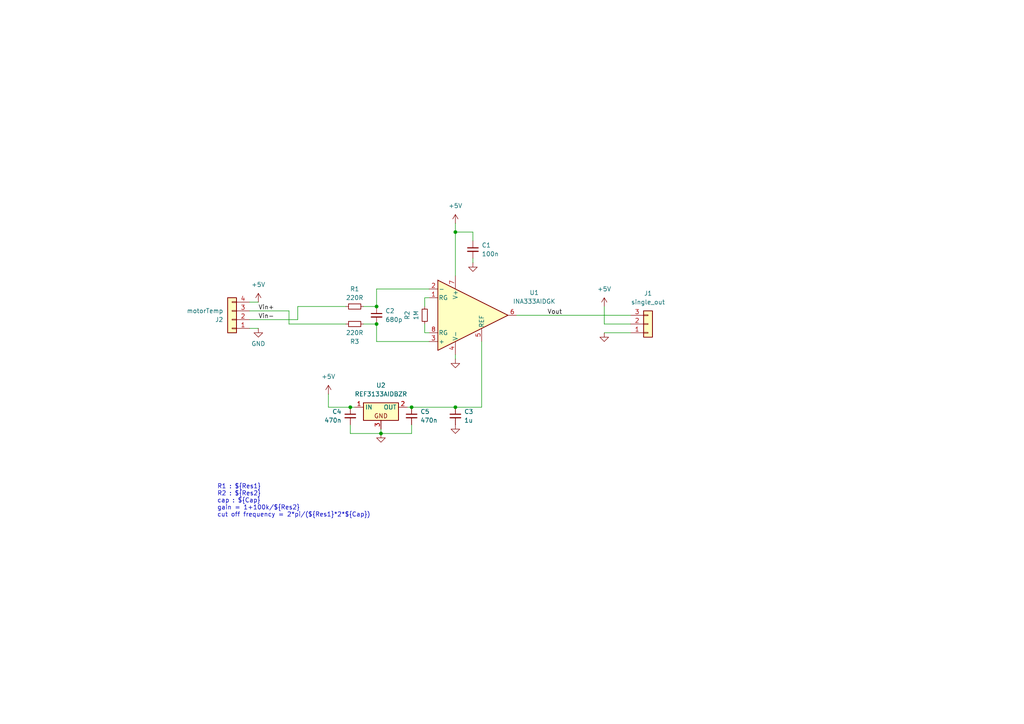
<source format=kicad_sch>
(kicad_sch (version 20231120) (generator "eeschema") (generator_version "8.0")
  (paper "A4")
  (title_block (title "INV_Diff2Single") (date "2025-06-30") (rev "1.0") (company "NTURacing") (comment 1 "Jack Kuo"))
  (lib_symbols
    (symbol "Connector_Generic:Conn_01x03" (pin_names (offset 1.016) hide)
      (property "Reference" "J" (at 0 5.08 0))
      (property "Value" "Conn_01x03" (at 0 -5.08 0))
      (symbol "Conn_01x03_1_1"
        (rectangle (start -1.27 -2.413) (end 0 -2.667) (stroke (width 0.1524)))
        (rectangle (start -1.27 0.127) (end 0 -0.127) (stroke (width 0.1524)))
        (rectangle (start -1.27 2.667) (end 0 2.413) (stroke (width 0.1524)))
        (rectangle (start -1.27 3.81) (end 1.27 -3.81) (stroke (width 0.254)) (fill (type background)))
        (pin passive line (at -5.08 2.54 0) (length 3.81) (name "Pin_1") (number "1"))
        (pin passive line (at -5.08 0 0) (length 3.81) (name "Pin_2") (number "2"))
        (pin passive line (at -5.08 -2.54 0) (length 3.81) (name "Pin_3") (number "3"))
      )
    )
    (symbol "Connector_Generic:Conn_01x04" (pin_names (offset 1.016) hide)
      (property "Reference" "J" (at 0 5.08 0))
      (property "Value" "Conn_01x04" (at 0 -7.62 0))
      (symbol "Conn_01x04_1_1"
        (rectangle (start -1.27 -4.953) (end 0 -5.207) (stroke (width 0.1524)))
        (rectangle (start -1.27 -2.413) (end 0 -2.667) (stroke (width 0.1524)))
        (rectangle (start -1.27 0.127) (end 0 -0.127) (stroke (width 0.1524)))
        (rectangle (start -1.27 2.667) (end 0 2.413) (stroke (width 0.1524)))
        (rectangle (start -1.27 3.81) (end 1.27 -6.35) (stroke (width 0.254)) (fill (type background)))
        (pin passive line (at -5.08 2.54 0) (length 3.81) (name "Pin_1") (number "1"))
        (pin passive line (at -5.08 0 0) (length 3.81) (name "Pin_2") (number "2"))
        (pin passive line (at -5.08 -2.54 0) (length 3.81) (name "Pin_3") (number "3"))
        (pin passive line (at -5.08 -5.08 0) (length 3.81) (name "Pin_4") (number "4"))
      )
    )
    (symbol "Device:C_Small" (pin_numbers hide) (pin_names (offset 0.254) hide)
      (property "Reference" "C" (at 0.254 1.778 0))
      (property "Value" "C_Small" (at 0.254 -2.032 0))
      (symbol "C_Small_0_1"
        (polyline (pts (xy -1.524 -0.508) (xy 1.524 -0.508)) (stroke (width 0.3302)))
        (polyline (pts (xy -1.524 0.508) (xy 1.524 0.508)) (stroke (width 0.3048)))
      )
      (symbol "C_Small_1_1"
        (pin passive line (at 0 2.54 270) (length 2.032) (name "~") (number "1"))
        (pin passive line (at 0 -2.54 90) (length 2.032) (name "~") (number "2"))
      )
    )
    (symbol "Device:R_Small" (pin_numbers hide) (pin_names (offset 0.254) hide)
      (property "Reference" "R" (at 0.762 0.508 0))
      (property "Value" "R_Small" (at 0.762 -1.016 0))
      (symbol "R_Small_0_1"
        (rectangle (start -0.762 1.778) (end 0.762 -1.778) (stroke (width 0.2032)))
      )
      (symbol "R_Small_1_1"
        (pin passive line (at 0 2.54 270) (length 0.762) (name "~") (number "1"))
        (pin passive line (at 0 -2.54 90) (length 0.762) (name "~") (number "2"))
      )
    )
    (symbol "PCM_Amplifier_Instrumentation_AKL:INA333AIDGK" (pin_names (offset 0.2))
      (property "Reference" "U" (at 6.35 7.62 0))
      (property "Value" "INA333AIDGK" (at 6.35 5.08 0))
      (symbol "INA333AIDGK_0_1"
        (polyline (pts (xy -8.89 10.16) (xy -8.89 -10.16) (xy 11.43 0) (xy -8.89 10.16)) (stroke (width 0.254)) (fill (type background)))
      )
      (symbol "INA333AIDGK_1_1"
        (pin passive line (at -11.43 5.08 0) (length 2.54) (name "RG") (number "1"))
        (pin input line (at -11.43 7.62 0) (length 2.54) (name "-") (number "2"))
        (pin input line (at -11.43 -7.62 0) (length 2.54) (name "+") (number "3"))
        (pin power_in line (at -3.81 -11.43 90) (length 3.81) (name "V-") (number "4"))
        (pin input line (at 3.81 -7.62 90) (length 3.81) (name "REF") (number "5"))
        (pin output line (at 13.97 0 180) (length 2.54) (name "~") (number "6"))
        (pin power_in line (at -3.81 11.43 270) (length 3.81) (name "V+") (number "7"))
        (pin passive line (at -11.43 -5.08 0) (length 2.54) (name "RG") (number "8"))
      )
    )
    (symbol "PCM_Voltage_Regulator_AKL:Regulator_Generic_IN_OUT_GND"
      (property "Reference" "U" (at 0 6.35 0))
      (property "Value" "Regulator_Generic_IN_OUT_GND" (at 0 3.81 0))
      (symbol "Regulator_Generic_IN_OUT_GND_0_0"
        (rectangle (start -5.08 1.27) (end 5.08 -3.81) (stroke (width 0.254)) (fill (type background)))
        (text "GND" (at 0 -2.54 0) (effects (font (size 1.27 1.27))))
      )
      (symbol "Regulator_Generic_IN_OUT_GND_1_1"
        (pin power_in line (at -7.62 0 0) (length 2.54) (name "IN") (number "1"))
        (pin power_out line (at 7.62 0 180) (length 2.54) (name "OUT") (number "2"))
        (pin power_in line (at 0 -6.35 90) (length 2.54) (name "~") (number "3"))
      )
    )
    (symbol "power:+5V" (power) (pin_numbers hide) (pin_names (offset 0) hide)
      (property "Value" "+5V" (at 0 3.556 0))
      (symbol "+5V_0_1"
        (polyline (pts (xy -0.762 1.27) (xy 0 2.54)))
        (polyline (pts (xy 0 0) (xy 0 2.54)))
        (polyline (pts (xy 0 2.54) (xy 0.762 1.27)))
      )
      (symbol "+5V_1_1"
        (pin power_in line (at 0 0 90) (length 0) (name "~") (number "1"))
      )
    )
    (symbol "power:GND" (power) (pin_numbers hide) (pin_names (offset 0) hide)
      (property "Value" "GND" (at 0 -3.81 0))
      (symbol "GND_0_1"
        (polyline (pts (xy 0 0) (xy 0 -1.27) (xy 1.27 -1.27) (xy 0 -2.54) (xy -1.27 -1.27) (xy 0 -1.27)))
      )
      (symbol "GND_1_1"
        (pin power_in line (at 0 0 270) (length 0) (name "~") (number "1"))
      )
    )
  )
  (junction (at 110.49 125.73))
  (junction (at 109.22 93.98))
  (junction (at 101.6 118.11))
  (junction (at 119.38 118.11))
  (junction (at 132.08 67.31))
  (junction (at 132.08 118.11))
  (junction (at 109.22 88.9))
  (wire (pts (xy 132.08 64.77) (xy 132.08 67.31)))
  (wire (pts (xy 123.19 96.52) (xy 124.46 96.52)))
  (wire (pts (xy 72.39 87.63) (xy 74.93 87.63)))
  (wire (pts (xy 175.26 93.98) (xy 182.88 93.98)))
  (wire (pts (xy 72.39 95.25) (xy 74.93 95.25)))
  (wire (pts (xy 83.82 93.98) (xy 100.33 93.98)))
  (wire (pts (xy 101.6 123.19) (xy 101.6 125.73)))
  (wire (pts (xy 95.25 114.3) (xy 95.25 118.11)))
  (wire (pts (xy 105.41 93.98) (xy 109.22 93.98)))
  (wire (pts (xy 86.36 88.9) (xy 86.36 92.71)))
  (wire (pts (xy 123.19 88.9) (xy 123.19 86.36)))
  (wire (pts (xy 124.46 99.06) (xy 109.22 99.06)))
  (wire (pts (xy 101.6 125.73) (xy 110.49 125.73)))
  (wire (pts (xy 110.49 125.73) (xy 110.49 124.46)))
  (wire (pts (xy 124.46 83.82) (xy 109.22 83.82)))
  (wire (pts (xy 139.7 118.11) (xy 139.7 99.06)))
  (wire (pts (xy 123.19 86.36) (xy 124.46 86.36)))
  (wire (pts (xy 83.82 90.17) (xy 83.82 93.98)))
  (wire (pts (xy 119.38 125.73) (xy 119.38 123.19)))
  (wire (pts (xy 137.16 67.31) (xy 132.08 67.31)))
  (wire (pts (xy 105.41 88.9) (xy 109.22 88.9)))
  (wire (pts (xy 137.16 76.2) (xy 137.16 74.93)))
  (wire (pts (xy 132.08 118.11) (xy 139.7 118.11)))
  (wire (pts (xy 86.36 92.71) (xy 72.39 92.71)))
  (wire (pts (xy 72.39 90.17) (xy 83.82 90.17)))
  (wire (pts (xy 109.22 83.82) (xy 109.22 88.9)))
  (wire (pts (xy 86.36 88.9) (xy 100.33 88.9)))
  (wire (pts (xy 175.26 96.52) (xy 182.88 96.52)))
  (wire (pts (xy 137.16 69.85) (xy 137.16 67.31)))
  (wire (pts (xy 101.6 118.11) (xy 102.87 118.11)))
  (wire (pts (xy 132.08 102.87) (xy 132.08 104.14)))
  (wire (pts (xy 123.19 93.98) (xy 123.19 96.52)))
  (wire (pts (xy 110.49 125.73) (xy 119.38 125.73)))
  (wire (pts (xy 182.88 91.44) (xy 149.86 91.44)))
  (wire (pts (xy 118.11 118.11) (xy 119.38 118.11)))
  (wire (pts (xy 95.25 118.11) (xy 101.6 118.11)))
  (wire (pts (xy 132.08 67.31) (xy 132.08 80.01)))
  (wire (pts (xy 175.26 88.9) (xy 175.26 93.98)))
  (wire (pts (xy 119.38 118.11) (xy 132.08 118.11)))
  (wire (pts (xy 109.22 99.06) (xy 109.22 93.98)))
  (text "R1 : ${Res1} \nR2 : ${Res2}\ncap : ${Cap}\ngain = 1+100k/${Res2}\ncut off frequency = 2*pi/(${Res1}*2*${Cap})" (at 62.992 140.462 0) (effects (font (size 1.27 1.27)) (justify left top)))
  (label "Vin+" (at 74.93 90.17 0))
  (label "Vin-" (at 74.93 92.71 0))
  (label "Vout" (at 158.75 91.44 0))
  (symbol (lib_id "Device:C_Small") (at 132.08 120.65 0) (unit 1)
    (property "Reference" "C3" (at 134.62 119.3863 0) (effects (justify left)))
    (property "Value" "1u" (at 134.62 121.9263 0) (effects (justify left)))
    (property "Footprint" "Capacitor_SMD:C_0402_1005Metric" (effects (hide yes)))
    (property "Description" "Unpolarized capacitor, small symbol" (effects (hide yes)))
  )
  (symbol (lib_id "power:GND") (at 110.49 125.73 0) (mirror y) (unit 1)
    (property "Reference" "#PWR05" (effects (hide yes)))
    (property "Value" "GND" (effects (hide yes)))
    (property "Description" "Power symbol creates a global label with name \"GND\" , ground" (effects (hide yes)))
  )
  (symbol (lib_id "power:GND") (at 137.16 76.2 0) (unit 1)
    (property "Reference" "#PWR02" (effects (hide yes)))
    (property "Value" "GND" (effects (hide yes)))
    (property "Description" "Power symbol creates a global label with name \"GND\" , ground" (effects (hide yes)))
  )
  (symbol (lib_id "Device:C_Small") (at 101.6 120.65 0) (mirror y) (unit 1)
    (property "Reference" "C4" (at 99.06 119.3863 0) (effects (justify left)))
    (property "Value" "470n" (at 99.06 121.9263 0) (effects (justify left)))
    (property "Footprint" "Capacitor_SMD:C_0603_1608Metric" (effects (hide yes)))
    (property "Description" "Unpolarized capacitor, small symbol" (effects (hide yes)))
  )
  (symbol (lib_id "power:+5V") (at 175.26 88.9 0) (unit 1)
    (property "Reference" "#PWR07" (effects (hide yes)))
    (property "Value" "+5V" (at 175.26 83.82 0))
    (property "Description" "Power symbol creates a global label with name \"+5V\"" (effects (hide yes)))
  )
  (symbol (lib_id "PCM_Amplifier_Instrumentation_AKL:INA333AIDGK") (at 135.89 91.44 0) (unit 1)
    (property "Reference" "U1" (at 154.94 84.8827 0))
    (property "Value" "INA333AIDGK" (at 154.94 87.4227 0))
    (property "Footprint" "PCM_Package_SO_AKL:MSOP-8_3x3mm_P0.65mm" (effects (hide yes)))
    (property "Datasheet" "https://www.ti.com/lit/ds/symlink/ina333.pdf?ts=1636192898771&ref_url=https%253A%252F%252Fwww.google.com%252F" (effects (hide yes)))
    (property "Description" "MSOP-8 Auto Zero Rail-to-Rail Instrumentation Amplifier, 25μV Offset, 100nV/°C drift, 1 to 1000 Gain, Alternate KiCAD Library" (effects (hide yes)))
  )
  (symbol (lib_id "Device:C_Small") (at 137.16 72.39 0) (unit 1)
    (property "Reference" "C1" (at 139.7 71.1263 0) (effects (justify left)))
    (property "Value" "100n" (at 139.7 73.6663 0) (effects (justify left)))
    (property "Footprint" "Capacitor_SMD:C_0402_1005Metric" (effects (hide yes)))
    (property "Description" "Unpolarized capacitor, small symbol" (effects (hide yes)))
  )
  (symbol (lib_id "Device:C_Small") (at 119.38 120.65 0) (unit 1)
    (property "Reference" "C5" (at 121.92 119.3863 0) (effects (justify left)))
    (property "Value" "470n" (at 121.92 121.9263 0) (effects (justify left)))
    (property "Footprint" "Capacitor_SMD:C_0603_1608Metric" (effects (hide yes)))
    (property "Description" "Unpolarized capacitor, small symbol" (effects (hide yes)))
  )
  (symbol (lib_id "Device:R_Small") (at 102.87 93.98 90) (unit 1)
    (property "Reference" "R3" (at 102.87 99.06 90))
    (property "Value" "220R" (at 102.87 96.52 90))
    (property "Footprint" "Resistor_SMD:R_0402_1005Metric" (effects (hide yes)))
    (property "Description" "Resistor, small symbol" (effects (hide yes)))
  )
  (symbol (lib_id "power:GND") (at 132.08 123.19 0) (unit 1)
    (property "Reference" "#PWR04" (effects (hide yes)))
    (property "Value" "GND" (effects (hide yes)))
    (property "Description" "Power symbol creates a global label with name \"GND\" , ground" (effects (hide yes)))
  )
  (symbol (lib_id "power:+5V") (at 74.93 87.63 0) (unit 1)
    (property "Reference" "#PWR09" (effects (hide yes)))
    (property "Value" "+5V" (at 74.93 82.55 0))
    (property "Description" "Power symbol creates a global label with name \"+5V\"" (effects (hide yes)))
  )
  (symbol (lib_id "Device:C_Small") (at 109.22 91.44 0) (unit 1)
    (property "Reference" "C2" (at 111.76 90.1762 0) (effects (justify left)))
    (property "Value" "680p" (at 111.76 92.7162 0) (effects (justify left)))
    (property "Footprint" "Capacitor_SMD:C_0402_1005Metric" (effects (hide yes)))
    (property "Description" "Unpolarized capacitor, small symbol" (effects (hide yes)))
  )
  (symbol (lib_id "power:+5V") (at 95.25 114.3 0) (unit 1)
    (property "Reference" "#PWR06" (effects (hide yes)))
    (property "Value" "+5V" (at 95.25 109.22 0))
    (property "Description" "Power symbol creates a global label with name \"+5V\"" (effects (hide yes)))
  )
  (symbol (lib_id "Connector_Generic:Conn_01x03") (at 187.96 93.98 0) (mirror x) (unit 1)
    (property "Reference" "J1" (at 187.96 85.09 0))
    (property "Value" "single_out" (at 187.96 87.63 0))
    (property "Footprint" "Connector_PinHeader_2.00mm:PinHeader_1x03_P2.00mm_Horizontal" (effects (hide yes)))
    (property "Description" "Generic connector, single row, 01x03, script generated (kicad-library-utils/schlib/autogen/connector/)" (effects (hide yes)))
  )
  (symbol (lib_id "PCM_Voltage_Regulator_AKL:Regulator_Generic_IN_OUT_GND") (at 110.49 118.11 0) (unit 1)
    (property "Reference" "U2" (at 110.49 111.76 0))
    (property "Value" "REF3133AIDBZR" (at 110.49 114.3 0))
    (property "Footprint" "Package_TO_SOT_SMD:SOT-23" (effects (hide yes)))
    (property "Description" "Generic 3-terminal voltage regulator, Alternate KiCad Library" (effects (hide yes)))
  )
  (symbol (lib_id "power:GND") (at 175.26 96.52 0) (unit 1)
    (property "Reference" "#PWR08" (effects (hide yes)))
    (property "Value" "GND" (effects (hide yes)))
    (property "Description" "Power symbol creates a global label with name \"GND\" , ground" (effects (hide yes)))
  )
  (symbol (lib_id "power:GND") (at 132.08 104.14 0) (unit 1)
    (property "Reference" "#PWR03" (effects (hide yes)))
    (property "Value" "GND" (effects (hide yes)))
    (property "Description" "Power symbol creates a global label with name \"GND\" , ground" (effects (hide yes)))
  )
  (symbol (lib_id "Device:R_Small") (at 123.19 91.44 0) (mirror x) (unit 1)
    (property "Reference" "R2" (at 118.11 91.44 90))
    (property "Value" "1M" (at 120.65 91.44 90))
    (property "Footprint" "Resistor_SMD:R_0402_1005Metric" (effects (hide yes)))
    (property "Description" "Resistor, small symbol" (effects (hide yes)))
  )
  (symbol (lib_id "power:GND") (at 74.93 95.25 0) (mirror y) (unit 1)
    (property "Reference" "#PWR010" (effects (hide yes)))
    (property "Value" "GND" (at 74.93 99.6934 0))
    (property "Description" "Power symbol creates a global label with name \"GND\" , ground" (effects (hide yes)))
  )
  (symbol (lib_id "power:+5V") (at 132.08 64.77 0) (unit 1)
    (property "Reference" "#PWR01" (effects (hide yes)))
    (property "Value" "+5V" (at 132.08 59.69 0))
    (property "Description" "Power symbol creates a global label with name \"+5V\"" (effects (hide yes)))
  )
  (symbol (lib_id "Device:R_Small") (at 102.87 88.9 90) (mirror x) (unit 1)
    (property "Reference" "R1" (at 102.87 83.82 90))
    (property "Value" "220R" (at 102.87 86.36 90))
    (property "Footprint" "Resistor_SMD:R_0402_1005Metric" (effects (hide yes)))
    (property "Description" "Resistor, small symbol" (effects (hide yes)))
  )
  (symbol (lib_id "Connector_Generic:Conn_01x04") (at 67.31 92.71 180) (unit 1)
    (property "Reference" "J2" (at 64.77 92.71 0) (effects (justify left)))
    (property "Value" "motorTemp" (at 64.77 90.17 0) (effects (justify left)))
    (property "Footprint" "Connector_PinHeader_2.54mm:PinHeader_1x04_P2.54mm_Horizontal" (effects (hide yes)))
    (property "Description" "Generic connector, single row, 01x04, script generated (kicad-library-utils/schlib/autogen/connector/)" (effects (hide yes)))
  )
)
</source>
